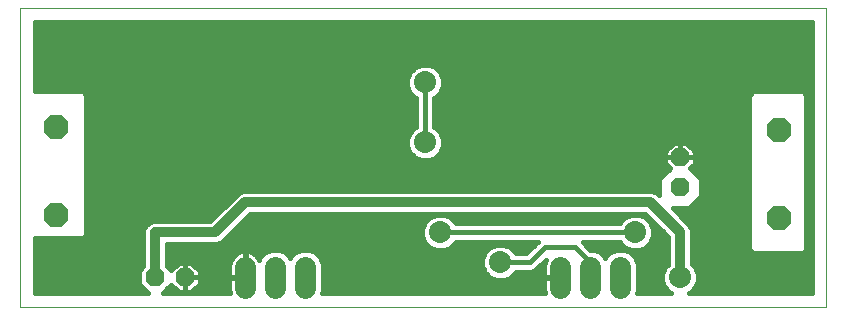
<source format=gbl>
G75*
G70*
%OFA0B0*%
%FSLAX24Y24*%
%IPPOS*%
%LPD*%
%AMOC8*
5,1,8,0,0,1.08239X$1,22.5*
%
%ADD10C,0.0000*%
%ADD11C,0.0700*%
%ADD12OC8,0.0630*%
%ADD13OC8,0.0812*%
%ADD14C,0.0733*%
%ADD15C,0.0320*%
%ADD16C,0.0160*%
D10*
X000180Y000367D02*
X000180Y010363D01*
X027050Y010363D01*
X027050Y000367D01*
X000180Y000367D01*
D11*
X007680Y001017D02*
X007680Y001717D01*
X008680Y001717D02*
X008680Y001017D01*
X009680Y001017D02*
X009680Y001717D01*
X018180Y001717D02*
X018180Y001017D01*
X019180Y001017D02*
X019180Y001717D01*
X020180Y001717D02*
X020180Y001017D01*
D12*
X022180Y004367D03*
X022180Y005367D03*
X005680Y001367D03*
X004680Y001367D03*
D13*
X001369Y003438D03*
X001369Y006390D03*
X025491Y006296D03*
X025491Y003343D03*
D14*
X020680Y002867D03*
X022180Y001367D03*
X016180Y001867D03*
X014180Y002867D03*
X013680Y005867D03*
X009180Y006367D03*
X013680Y007867D03*
D15*
X007680Y003867D02*
X006680Y002867D01*
X004680Y002867D01*
X004680Y001367D01*
X007680Y003867D02*
X021180Y003867D01*
X022180Y002867D01*
X022180Y001367D01*
D16*
X022740Y001159D02*
X026570Y001159D01*
X026570Y001318D02*
X022777Y001318D01*
X022777Y001248D02*
X022777Y001485D01*
X022686Y001705D01*
X022570Y001820D01*
X022570Y002944D01*
X022511Y003088D01*
X021927Y003672D01*
X022468Y003672D01*
X022875Y004079D01*
X022875Y004655D01*
X022521Y005008D01*
X022675Y005162D01*
X022675Y005367D01*
X022675Y005572D01*
X022385Y005862D01*
X022180Y005862D01*
X021975Y005862D01*
X021685Y005572D01*
X021685Y005367D01*
X022180Y005367D01*
X022180Y005862D01*
X022180Y005367D01*
X022180Y005367D01*
X022675Y005367D01*
X022180Y005367D01*
X022180Y005367D01*
X022180Y005367D01*
X021685Y005367D01*
X021685Y005162D01*
X021839Y005008D01*
X021485Y004655D01*
X021485Y004113D01*
X021401Y004197D01*
X021258Y004257D01*
X007602Y004257D01*
X007459Y004197D01*
X006518Y003257D01*
X004602Y003257D01*
X004459Y003197D01*
X004349Y003088D01*
X004290Y002944D01*
X004290Y001747D01*
X004135Y001592D01*
X004135Y001141D01*
X004429Y000847D01*
X000660Y000847D01*
X000660Y002667D01*
X002263Y002667D01*
X002380Y002784D01*
X002380Y007450D01*
X002263Y007567D01*
X000660Y007567D01*
X000660Y009867D01*
X026570Y009867D01*
X026570Y000847D01*
X022483Y000847D01*
X022518Y000861D01*
X022686Y001029D01*
X022777Y001248D01*
X022658Y001001D02*
X026570Y001001D01*
X026570Y001476D02*
X022777Y001476D01*
X022715Y001635D02*
X026570Y001635D01*
X026570Y001793D02*
X022597Y001793D01*
X022570Y001952D02*
X026570Y001952D01*
X026570Y002110D02*
X022570Y002110D01*
X022570Y002269D02*
X024495Y002269D01*
X024480Y002284D02*
X024597Y002167D01*
X026263Y002167D01*
X026380Y002284D01*
X026380Y007450D01*
X026263Y007567D01*
X026097Y007567D01*
X024763Y007567D01*
X024597Y007567D01*
X024480Y007450D01*
X024480Y002284D01*
X024480Y002427D02*
X022570Y002427D01*
X022570Y002586D02*
X024480Y002586D01*
X024480Y002744D02*
X022570Y002744D01*
X022570Y002903D02*
X024480Y002903D01*
X024480Y003061D02*
X022522Y003061D01*
X022379Y003220D02*
X024480Y003220D01*
X024480Y003378D02*
X022220Y003378D01*
X022062Y003537D02*
X024480Y003537D01*
X024480Y003695D02*
X022491Y003695D01*
X022650Y003854D02*
X024480Y003854D01*
X024480Y004012D02*
X022808Y004012D01*
X022875Y004171D02*
X024480Y004171D01*
X024480Y004329D02*
X022875Y004329D01*
X022875Y004488D02*
X024480Y004488D01*
X024480Y004646D02*
X022875Y004646D01*
X022725Y004805D02*
X024480Y004805D01*
X024480Y004963D02*
X022566Y004963D01*
X022635Y005122D02*
X024480Y005122D01*
X024480Y005280D02*
X022675Y005280D01*
X022675Y005439D02*
X024480Y005439D01*
X024480Y005597D02*
X022650Y005597D01*
X022491Y005756D02*
X024480Y005756D01*
X024480Y005914D02*
X014277Y005914D01*
X014277Y005985D02*
X014186Y006205D01*
X014018Y006372D01*
X013990Y006384D01*
X013990Y007349D01*
X014018Y007361D01*
X014186Y007529D01*
X014277Y007748D01*
X014277Y007985D01*
X014186Y008205D01*
X014018Y008372D01*
X013799Y008463D01*
X013561Y008463D01*
X013342Y008372D01*
X013174Y008205D01*
X013083Y007985D01*
X013083Y007748D01*
X013174Y007529D01*
X013342Y007361D01*
X013370Y007349D01*
X013370Y006384D01*
X013342Y006372D01*
X013174Y006205D01*
X013083Y005985D01*
X013083Y005748D01*
X013174Y005529D01*
X013342Y005361D01*
X013561Y005270D01*
X013799Y005270D01*
X014018Y005361D01*
X014186Y005529D01*
X014277Y005748D01*
X014277Y005985D01*
X014240Y006073D02*
X024480Y006073D01*
X024480Y006231D02*
X014159Y006231D01*
X013990Y006390D02*
X024480Y006390D01*
X024480Y006548D02*
X013990Y006548D01*
X013990Y006707D02*
X024480Y006707D01*
X024480Y006865D02*
X013990Y006865D01*
X013990Y007024D02*
X024480Y007024D01*
X024480Y007182D02*
X013990Y007182D01*
X013990Y007341D02*
X024480Y007341D01*
X024530Y007499D02*
X014156Y007499D01*
X014239Y007658D02*
X026570Y007658D01*
X026570Y007816D02*
X014277Y007816D01*
X014277Y007975D02*
X026570Y007975D01*
X026570Y008133D02*
X014215Y008133D01*
X014099Y008292D02*
X026570Y008292D01*
X026570Y008450D02*
X013830Y008450D01*
X013530Y008450D02*
X000660Y008450D01*
X000660Y008292D02*
X013261Y008292D01*
X013145Y008133D02*
X000660Y008133D01*
X000660Y007975D02*
X013083Y007975D01*
X013083Y007816D02*
X000660Y007816D01*
X000660Y007658D02*
X013121Y007658D01*
X013204Y007499D02*
X002330Y007499D01*
X002380Y007341D02*
X013370Y007341D01*
X013370Y007182D02*
X002380Y007182D01*
X002380Y007024D02*
X013370Y007024D01*
X013370Y006865D02*
X002380Y006865D01*
X002380Y006707D02*
X013370Y006707D01*
X013370Y006548D02*
X002380Y006548D01*
X002380Y006390D02*
X013370Y006390D01*
X013201Y006231D02*
X002380Y006231D01*
X002380Y006073D02*
X013120Y006073D01*
X013083Y005914D02*
X002380Y005914D01*
X002380Y005756D02*
X013083Y005756D01*
X013146Y005597D02*
X002380Y005597D01*
X002380Y005439D02*
X013264Y005439D01*
X013537Y005280D02*
X002380Y005280D01*
X002380Y005122D02*
X021725Y005122D01*
X021794Y004963D02*
X002380Y004963D01*
X002380Y004805D02*
X021635Y004805D01*
X021485Y004646D02*
X002380Y004646D01*
X002380Y004488D02*
X021485Y004488D01*
X021485Y004329D02*
X002380Y004329D01*
X002380Y004171D02*
X007432Y004171D01*
X007274Y004012D02*
X002380Y004012D01*
X002380Y003854D02*
X007115Y003854D01*
X006957Y003695D02*
X002380Y003695D01*
X002380Y003537D02*
X006798Y003537D01*
X006640Y003378D02*
X002380Y003378D01*
X002380Y003220D02*
X004513Y003220D01*
X004338Y003061D02*
X002380Y003061D01*
X002380Y002903D02*
X004290Y002903D01*
X004290Y002744D02*
X002340Y002744D01*
X000660Y002586D02*
X004290Y002586D01*
X004290Y002427D02*
X000660Y002427D01*
X000660Y002269D02*
X004290Y002269D01*
X004290Y002110D02*
X000660Y002110D01*
X000660Y001952D02*
X004290Y001952D01*
X004290Y001793D02*
X000660Y001793D01*
X000660Y001635D02*
X004177Y001635D01*
X004135Y001476D02*
X000660Y001476D01*
X000660Y001318D02*
X004135Y001318D01*
X004135Y001159D02*
X000660Y001159D01*
X000660Y001001D02*
X004275Y001001D01*
X004931Y000847D02*
X005215Y001131D01*
X005475Y000872D01*
X005680Y000872D01*
X005885Y000872D01*
X006175Y001162D01*
X006175Y001367D01*
X006175Y001572D01*
X005885Y001862D01*
X005680Y001862D01*
X005475Y001862D01*
X005215Y001602D01*
X005070Y001747D01*
X005070Y002477D01*
X006758Y002477D01*
X006901Y002536D01*
X007011Y002646D01*
X007842Y003477D01*
X021018Y003477D01*
X021790Y002705D01*
X021790Y001820D01*
X021674Y001705D01*
X021583Y001485D01*
X021583Y001248D01*
X021674Y001029D01*
X021842Y000861D01*
X021877Y000847D01*
X020737Y000847D01*
X020760Y000901D01*
X020760Y001832D01*
X020672Y002045D01*
X020509Y002208D01*
X020295Y002297D01*
X020065Y002297D01*
X019851Y002208D01*
X019688Y002045D01*
X019680Y002025D01*
X019672Y002045D01*
X019509Y002208D01*
X019295Y002297D01*
X019188Y002297D01*
X018928Y002557D01*
X020163Y002557D01*
X020174Y002529D01*
X020342Y002361D01*
X020561Y002270D01*
X020799Y002270D01*
X021018Y002361D01*
X021186Y002529D01*
X021277Y002748D01*
X021277Y002985D01*
X021186Y003205D01*
X021018Y003372D01*
X020799Y003463D01*
X020561Y003463D01*
X020342Y003372D01*
X020174Y003205D01*
X020163Y003177D01*
X014697Y003177D01*
X014686Y003205D01*
X014518Y003372D01*
X014299Y003463D01*
X014061Y003463D01*
X013842Y003372D01*
X013674Y003205D01*
X013583Y002985D01*
X013583Y002748D01*
X013674Y002529D01*
X013842Y002361D01*
X014061Y002270D01*
X014299Y002270D01*
X014518Y002361D01*
X014686Y002529D01*
X014697Y002557D01*
X017432Y002557D01*
X017417Y002542D01*
X017052Y002177D01*
X016697Y002177D01*
X016686Y002205D01*
X016518Y002372D01*
X016299Y002463D01*
X016061Y002463D01*
X015842Y002372D01*
X015674Y002205D01*
X015583Y001985D01*
X015583Y001748D01*
X015674Y001529D01*
X015842Y001361D01*
X016061Y001270D01*
X016299Y001270D01*
X016518Y001361D01*
X016686Y001529D01*
X016697Y001557D01*
X017242Y001557D01*
X017356Y001604D01*
X017706Y001955D01*
X017689Y001920D01*
X017663Y001841D01*
X017650Y001758D01*
X017650Y001387D01*
X018160Y001387D01*
X018160Y001347D01*
X017650Y001347D01*
X017650Y000975D01*
X017663Y000893D01*
X017678Y000847D01*
X010237Y000847D01*
X010260Y000901D01*
X010260Y001832D01*
X010172Y002045D01*
X010009Y002208D01*
X009795Y002297D01*
X009565Y002297D01*
X009351Y002208D01*
X009188Y002045D01*
X009180Y002025D01*
X009172Y002045D01*
X009009Y002208D01*
X008795Y002297D01*
X008565Y002297D01*
X008351Y002208D01*
X008188Y002045D01*
X008152Y001958D01*
X008133Y001994D01*
X008084Y002062D01*
X008025Y002121D01*
X007958Y002170D01*
X007883Y002208D01*
X007804Y002234D01*
X007722Y002247D01*
X007700Y002247D01*
X007700Y001387D01*
X007660Y001387D01*
X007660Y002247D01*
X007638Y002247D01*
X007556Y002234D01*
X007477Y002208D01*
X007402Y002170D01*
X007335Y002121D01*
X007276Y002062D01*
X007227Y001994D01*
X007189Y001920D01*
X007163Y001841D01*
X007150Y001758D01*
X007150Y001387D01*
X007660Y001387D01*
X007660Y001347D01*
X007150Y001347D01*
X007150Y000975D01*
X007163Y000893D01*
X007178Y000847D01*
X004931Y000847D01*
X005085Y001001D02*
X005346Y001001D01*
X005680Y001001D02*
X005680Y001001D01*
X005680Y000872D02*
X005680Y001367D01*
X005680Y001862D01*
X005680Y001367D01*
X005680Y001367D01*
X006175Y001367D01*
X005680Y001367D01*
X005680Y001367D01*
X005680Y001367D01*
X005680Y000872D01*
X006014Y001001D02*
X007150Y001001D01*
X007150Y001159D02*
X006173Y001159D01*
X006175Y001318D02*
X007150Y001318D01*
X007150Y001476D02*
X006175Y001476D01*
X006112Y001635D02*
X007150Y001635D01*
X007156Y001793D02*
X005954Y001793D01*
X005680Y001793D02*
X005680Y001793D01*
X005406Y001793D02*
X005070Y001793D01*
X005070Y001952D02*
X007205Y001952D01*
X007324Y002110D02*
X005070Y002110D01*
X005070Y002269D02*
X008497Y002269D01*
X008253Y002110D02*
X008036Y002110D01*
X007700Y002110D02*
X007660Y002110D01*
X007660Y001952D02*
X007700Y001952D01*
X007700Y001793D02*
X007660Y001793D01*
X007660Y001635D02*
X007700Y001635D01*
X007700Y001476D02*
X007660Y001476D01*
X009107Y002110D02*
X009253Y002110D01*
X009497Y002269D02*
X008863Y002269D01*
X009863Y002269D02*
X015738Y002269D01*
X015635Y002110D02*
X010107Y002110D01*
X010210Y001952D02*
X015583Y001952D01*
X015583Y001793D02*
X010260Y001793D01*
X010260Y001635D02*
X015630Y001635D01*
X015727Y001476D02*
X010260Y001476D01*
X010260Y001318D02*
X015947Y001318D01*
X016413Y001318D02*
X017650Y001318D01*
X017650Y001159D02*
X010260Y001159D01*
X010260Y001001D02*
X017650Y001001D01*
X017650Y001476D02*
X016633Y001476D01*
X016180Y001867D02*
X017180Y001867D01*
X017680Y002367D01*
X018680Y002367D01*
X019180Y001867D01*
X019180Y001367D01*
X017650Y001635D02*
X017386Y001635D01*
X017545Y001793D02*
X017656Y001793D01*
X017703Y001952D02*
X017705Y001952D01*
X017144Y002269D02*
X016622Y002269D01*
X016386Y002427D02*
X017302Y002427D01*
X015974Y002427D02*
X014584Y002427D01*
X013776Y002427D02*
X005070Y002427D01*
X006951Y002586D02*
X013651Y002586D01*
X013585Y002744D02*
X007109Y002744D01*
X007268Y002903D02*
X013583Y002903D01*
X013615Y003061D02*
X007426Y003061D01*
X007585Y003220D02*
X013689Y003220D01*
X013856Y003378D02*
X007743Y003378D01*
X005680Y001635D02*
X005680Y001635D01*
X005680Y001476D02*
X005680Y001476D01*
X005248Y001635D02*
X005183Y001635D01*
X005680Y001318D02*
X005680Y001318D01*
X005680Y001159D02*
X005680Y001159D01*
X014180Y002867D02*
X020680Y002867D01*
X021245Y003061D02*
X021434Y003061D01*
X021275Y003220D02*
X021171Y003220D01*
X021117Y003378D02*
X021004Y003378D01*
X020356Y003378D02*
X014504Y003378D01*
X014671Y003220D02*
X020189Y003220D01*
X021277Y002903D02*
X021592Y002903D01*
X021751Y002744D02*
X021275Y002744D01*
X021209Y002586D02*
X021790Y002586D01*
X021790Y002427D02*
X021084Y002427D01*
X021790Y002269D02*
X020363Y002269D01*
X020607Y002110D02*
X021790Y002110D01*
X021790Y001952D02*
X020710Y001952D01*
X020760Y001793D02*
X021763Y001793D01*
X021645Y001635D02*
X020760Y001635D01*
X020760Y001476D02*
X021583Y001476D01*
X021583Y001318D02*
X020760Y001318D01*
X020760Y001159D02*
X021620Y001159D01*
X021702Y001001D02*
X020760Y001001D01*
X019753Y002110D02*
X019607Y002110D01*
X019363Y002269D02*
X019997Y002269D01*
X020276Y002427D02*
X019058Y002427D01*
X021428Y004171D02*
X021485Y004171D01*
X021685Y005280D02*
X013823Y005280D01*
X014096Y005439D02*
X021685Y005439D01*
X021710Y005597D02*
X014214Y005597D01*
X014277Y005756D02*
X021869Y005756D01*
X022180Y005756D02*
X022180Y005756D01*
X022180Y005597D02*
X022180Y005597D01*
X022180Y005439D02*
X022180Y005439D01*
X026380Y005439D02*
X026570Y005439D01*
X026570Y005280D02*
X026380Y005280D01*
X026380Y005122D02*
X026570Y005122D01*
X026570Y004963D02*
X026380Y004963D01*
X026380Y004805D02*
X026570Y004805D01*
X026570Y004646D02*
X026380Y004646D01*
X026380Y004488D02*
X026570Y004488D01*
X026570Y004329D02*
X026380Y004329D01*
X026380Y004171D02*
X026570Y004171D01*
X026570Y004012D02*
X026380Y004012D01*
X026380Y003854D02*
X026570Y003854D01*
X026570Y003695D02*
X026380Y003695D01*
X026380Y003537D02*
X026570Y003537D01*
X026570Y003378D02*
X026380Y003378D01*
X026380Y003220D02*
X026570Y003220D01*
X026570Y003061D02*
X026380Y003061D01*
X026380Y002903D02*
X026570Y002903D01*
X026570Y002744D02*
X026380Y002744D01*
X026380Y002586D02*
X026570Y002586D01*
X026570Y002427D02*
X026380Y002427D01*
X026365Y002269D02*
X026570Y002269D01*
X026570Y005597D02*
X026380Y005597D01*
X026380Y005756D02*
X026570Y005756D01*
X026570Y005914D02*
X026380Y005914D01*
X026380Y006073D02*
X026570Y006073D01*
X026570Y006231D02*
X026380Y006231D01*
X026380Y006390D02*
X026570Y006390D01*
X026570Y006548D02*
X026380Y006548D01*
X026380Y006707D02*
X026570Y006707D01*
X026570Y006865D02*
X026380Y006865D01*
X026380Y007024D02*
X026570Y007024D01*
X026570Y007182D02*
X026380Y007182D01*
X026380Y007341D02*
X026570Y007341D01*
X026570Y007499D02*
X026330Y007499D01*
X026570Y008609D02*
X000660Y008609D01*
X000660Y008767D02*
X026570Y008767D01*
X026570Y008926D02*
X000660Y008926D01*
X000660Y009084D02*
X026570Y009084D01*
X026570Y009243D02*
X000660Y009243D01*
X000660Y009401D02*
X026570Y009401D01*
X026570Y009560D02*
X000660Y009560D01*
X000660Y009718D02*
X026570Y009718D01*
X013680Y007867D02*
X013680Y005867D01*
X009680Y006367D02*
X009180Y006367D01*
M02*

</source>
